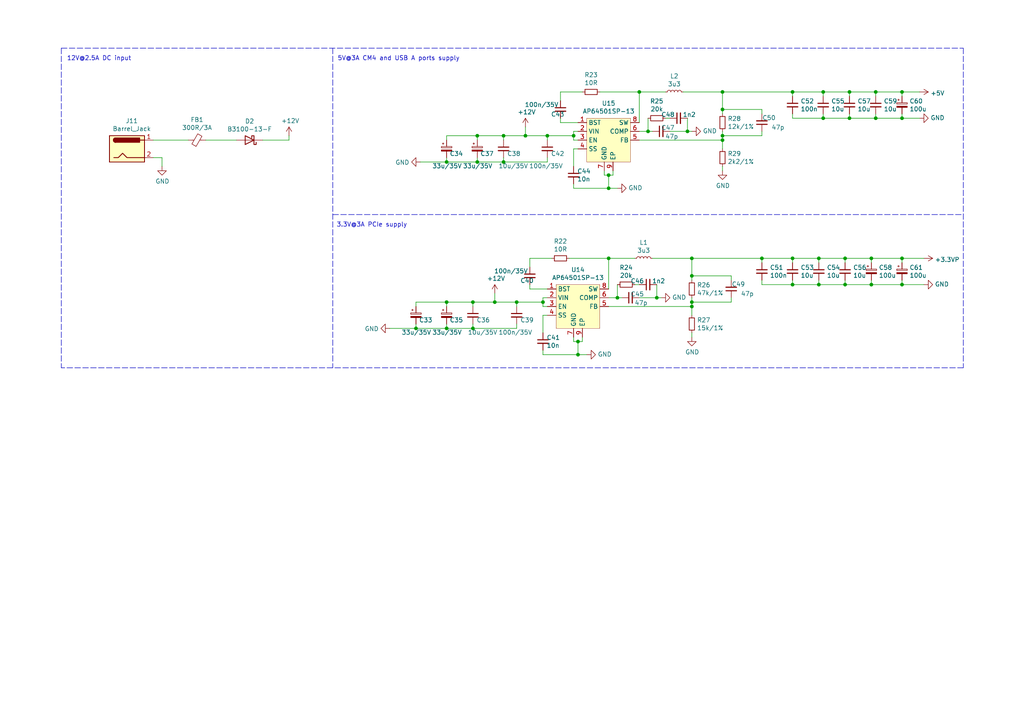
<source format=kicad_sch>
(kicad_sch (version 20201015) (generator eeschema)
  (paper "A4")
  (title_block (title "Power") (date "2021-01-12") (rev "0.1") (company "Nabu Casa") (comment 1 "www.nabucasa.com") (comment 2 "Light Blue"))
  (lib_symbols
    (symbol "Connector:Barrel_Jack" (pin_names (offset 1.016))
      (property "Reference" "J" (at 0 5.334 0))
      (property "Value" "Barrel_Jack" (at 0 -5.08 0))
      (symbol "Barrel_Jack_0_1"
        (arc (start -3.302 3.175) (end -3.302 1.905) (radius (at -3.302 2.54) (length 0.635) (angles 90.1 -90.1)) (stroke (width 0.254)) (fill (type outline)))
        (arc (start -3.302 3.175) (end -3.302 1.905) (radius (at -3.302 2.54) (length 0.635) (angles 90.1 -90.1)) (stroke (width 0.254)))
        (rectangle (start -5.08 3.81) (end 5.08 -3.81) (stroke (width 0.254)) (fill (type background)))
        (rectangle (start 3.683 3.175) (end -3.302 1.905) (stroke (width 0.254)) (fill (type outline)))
        (polyline (pts (xy 5.08 2.54) (xy 3.81 2.54)) (stroke (width 0.254)))
        (polyline (pts (xy -3.81 -2.54) (xy -2.54 -2.54) (xy -1.27 -1.27) (xy 0 -2.54) (xy 2.54 -2.54) (xy 5.08 -2.54)) (stroke (width 0.254)))
      )
      (symbol "Barrel_Jack_1_1"
        (pin passive line (at 7.62 2.54 180) (length 2.54) (name "~") (number "1"))
        (pin passive line (at 7.62 -2.54 180) (length 2.54) (name "~") (number "2"))
      )
    )
    (symbol "Device:CP_Small" (pin_numbers hide) (pin_names (offset 0.254) hide)
      (property "Reference" "C" (at 0.254 1.778 0))
      (property "Value" "CP_Small" (at 0.254 -2.032 0))
      (symbol "CP_Small_0_1"
        (rectangle (start -1.524 -0.3048) (end 1.524 -0.6858) (fill (type outline)))
        (rectangle (start -1.524 0.6858) (end 1.524 0.3048))
        (polyline (pts (xy -1.27 1.524) (xy -0.762 1.524)))
        (polyline (pts (xy -1.016 1.27) (xy -1.016 1.778)))
      )
      (symbol "CP_Small_1_1"
        (pin passive line (at 0 2.54 270) (length 1.8542) (name "~") (number "1"))
        (pin passive line (at 0 -2.54 90) (length 1.8542) (name "~") (number "2"))
      )
    )
    (symbol "Device:C_Small" (pin_numbers hide) (pin_names (offset 0.254) hide)
      (property "Reference" "C" (at 0.254 1.778 0))
      (property "Value" "C_Small" (at 0.254 -2.032 0))
      (symbol "C_Small_0_1"
        (polyline (pts (xy -1.524 -0.508) (xy 1.524 -0.508)) (stroke (width 0.3302)))
        (polyline (pts (xy -1.524 0.508) (xy 1.524 0.508)) (stroke (width 0.3048)))
      )
      (symbol "C_Small_1_1"
        (pin passive line (at 0 2.54 270) (length 2.032) (name "~") (number "1"))
        (pin passive line (at 0 -2.54 90) (length 2.032) (name "~") (number "2"))
      )
    )
    (symbol "Device:D_Schottky" (pin_numbers hide) (pin_names (offset 1.016) hide)
      (property "Reference" "D" (at 0 2.54 0))
      (property "Value" "D_Schottky" (at 0 -2.54 0))
      (symbol "D_Schottky_0_1"
        (polyline (pts (xy 1.27 0) (xy -1.27 0)))
        (polyline (pts (xy 1.27 1.27) (xy 1.27 -1.27) (xy -1.27 0) (xy 1.27 1.27)) (stroke (width 0.254)))
        (polyline (pts (xy -1.905 0.635) (xy -1.905 1.27) (xy -1.27 1.27) (xy -1.27 -1.27) (xy -0.635 -1.27) (xy -0.635 -0.635)) (stroke (width 0.254)))
      )
      (symbol "D_Schottky_1_1"
        (pin passive line (at -3.81 0 0) (length 2.54) (name "K") (number "1"))
        (pin passive line (at 3.81 0 180) (length 2.54) (name "A") (number "2"))
      )
    )
    (symbol "Device:Ferrite_Bead_Small" (pin_numbers hide) (pin_names (offset 0))
      (property "Reference" "FB" (at 1.905 1.27 0))
      (property "Value" "Ferrite_Bead_Small" (at 1.905 -1.27 0))
      (symbol "Ferrite_Bead_Small_0_1"
        (polyline (pts (xy 0 -1.27) (xy 0 -0.7874)))
        (polyline (pts (xy 0 0.889) (xy 0 1.2954)))
        (polyline (pts (xy -1.8288 0.2794) (xy -1.1176 1.4986) (xy 1.8288 -0.2032) (xy 1.1176 -1.4224) (xy -1.8288 0.2794)))
      )
      (symbol "Ferrite_Bead_Small_1_1"
        (pin passive line (at 0 2.54 270) (length 1.27) (name "~") (number "1"))
        (pin passive line (at 0 -2.54 90) (length 1.27) (name "~") (number "2"))
      )
    )
    (symbol "Device:L_Small" (pin_numbers hide) (pin_names (offset 0.254) hide)
      (property "Reference" "L" (at 0.762 1.016 0))
      (property "Value" "L_Small" (at 0.762 -1.016 0))
      (symbol "L_Small_0_1"
        (arc (start 0 -2.032) (end 0 -1.016) (radius (at 0 -1.524) (length 0.508) (angles -89.9 89.9)))
        (arc (start 0 -1.016) (end 0 0) (radius (at 0 -0.508) (length 0.508) (angles -89.9 89.9)))
        (arc (start 0 0) (end 0 1.016) (radius (at 0 0.508) (length 0.508) (angles -89.9 89.9)))
        (arc (start 0 1.016) (end 0 2.032) (radius (at 0 1.524) (length 0.508) (angles -89.9 89.9)))
      )
      (symbol "L_Small_1_1"
        (pin passive line (at 0 2.54 270) (length 0.508) (name "~") (number "1"))
        (pin passive line (at 0 -2.54 90) (length 0.508) (name "~") (number "2"))
      )
    )
    (symbol "Device:R_Small" (pin_numbers hide) (pin_names (offset 0.254) hide)
      (property "Reference" "R" (at 0.762 0.508 0))
      (property "Value" "R_Small" (at 0.762 -1.016 0))
      (symbol "R_Small_0_1"
        (rectangle (start -0.762 1.778) (end 0.762 -1.778) (stroke (width 0.2032)))
      )
      (symbol "R_Small_1_1"
        (pin passive line (at 0 2.54 270) (length 0.762) (name "~") (number "1"))
        (pin passive line (at 0 -2.54 90) (length 0.762) (name "~") (number "2"))
      )
    )
    (symbol "LightBlue:AP64501SP-13"
      (property "Reference" "U" (at 0 10.16 0))
      (property "Value" "AP64501SP-13" (at 0 7.62 0))
      (symbol "AP64501SP-13_0_1"
        (rectangle (start -6.35 6.35) (end 6.35 -6.35) (stroke (width 0.001)) (fill (type background)))
      )
      (symbol "AP64501SP-13_1_1"
        (pin passive line (at -8.89 5.08 0) (length 2.54) (name "BST") (number "1"))
        (pin power_in line (at -8.89 2.54 0) (length 2.54) (name "VIN") (number "2"))
        (pin input line (at -8.89 0 0) (length 2.54) (name "EN") (number "3"))
        (pin input line (at -8.89 -2.54 0) (length 2.54) (name "SS") (number "4"))
        (pin input line (at 8.89 0 180) (length 2.54) (name "FB") (number "5"))
        (pin input line (at 8.89 2.54 180) (length 2.54) (name "COMP") (number "6"))
        (pin input line (at -1.27 -8.89 90) (length 2.54) (name "GND") (number "7"))
        (pin input line (at 8.89 5.08 180) (length 2.54) (name "SW") (number "8"))
        (pin input line (at 1.27 -8.89 90) (length 2.54) (name "EP") (number "9"))
      )
    )
    (symbol "power:+12V" (power) (pin_names (offset 0))
      (property "Value" "+12V" (at 0 3.556 0))
      (symbol "+12V_0_1"
        (polyline (pts (xy -0.762 1.27) (xy 0 2.54)))
        (polyline (pts (xy 0 0) (xy 0 2.54)))
        (polyline (pts (xy 0 2.54) (xy 0.762 1.27)))
      )
      (symbol "+12V_1_1"
        (pin power_in line (at 0 0 90) (length 0) hide (name "+12V") (number "1"))
      )
    )
    (symbol "power:+3.3VP" (power) (pin_names (offset 0))
      (property "Value" "+3.3VP" (at 0 2.54 0))
      (symbol "+3.3VP_0_0"
        (pin power_in line (at 0 0 90) (length 0) hide (name "+3.3VP") (number "1"))
      )
      (symbol "+3.3VP_0_1"
        (polyline (pts (xy -0.762 1.27) (xy 0 2.54)))
        (polyline (pts (xy 0 0) (xy 0 2.54)))
        (polyline (pts (xy 0 2.54) (xy 0.762 1.27)))
      )
    )
    (symbol "power:+5V" (power) (pin_names (offset 0))
      (property "Value" "+5V" (at 0 3.556 0))
      (symbol "+5V_0_1"
        (polyline (pts (xy -0.762 1.27) (xy 0 2.54)))
        (polyline (pts (xy 0 0) (xy 0 2.54)))
        (polyline (pts (xy 0 2.54) (xy 0.762 1.27)))
      )
      (symbol "+5V_1_1"
        (pin power_in line (at 0 0 90) (length 0) hide (name "+5V") (number "1"))
      )
    )
    (symbol "power:GND" (power) (pin_names (offset 0))
      (property "Value" "GND" (at 0 -3.81 0))
      (symbol "GND_0_1"
        (polyline (pts (xy 0 0) (xy 0 -1.27) (xy 1.27 -1.27) (xy 0 -2.54) (xy -1.27 -1.27) (xy 0 -1.27)))
      )
      (symbol "GND_1_1"
        (pin power_in line (at 0 0 270) (length 0) hide (name "GND") (number "1"))
      )
    )
  )
  (junction (at 120.65 95.25) (diameter 0.9144))
  (junction (at 129.54 46.99) (diameter 0.9144))
  (junction (at 129.54 87.63) (diameter 0.9144))
  (junction (at 129.54 95.25) (diameter 0.9144))
  (junction (at 137.16 87.63) (diameter 0.9144))
  (junction (at 137.16 95.25) (diameter 0.9144))
  (junction (at 138.43 39.37) (diameter 0.9144))
  (junction (at 138.43 46.99) (diameter 0.9144))
  (junction (at 143.51 87.63) (diameter 0.9144))
  (junction (at 146.05 39.37) (diameter 0.9144))
  (junction (at 146.05 46.99) (diameter 0.9144))
  (junction (at 149.86 87.63) (diameter 0.9144))
  (junction (at 152.4 39.37) (diameter 0.9144))
  (junction (at 157.48 87.63) (diameter 0.9144))
  (junction (at 158.75 39.37) (diameter 0.9144))
  (junction (at 166.37 39.37) (diameter 0.9144))
  (junction (at 167.64 99.06) (diameter 0.9144))
  (junction (at 167.64 102.87) (diameter 0.9144))
  (junction (at 176.53 50.8) (diameter 0.9144))
  (junction (at 176.53 54.61) (diameter 0.9144))
  (junction (at 176.53 74.93) (diameter 0.9144))
  (junction (at 179.07 86.36) (diameter 0.9144))
  (junction (at 185.42 26.67) (diameter 0.9144))
  (junction (at 187.96 38.1) (diameter 0.9144))
  (junction (at 190.5 86.36) (diameter 0.9144))
  (junction (at 199.39 38.1) (diameter 0.9144))
  (junction (at 200.66 74.93) (diameter 0.9144))
  (junction (at 200.66 80.01) (diameter 0.9144))
  (junction (at 200.66 87.63) (diameter 0.9144))
  (junction (at 200.66 88.9) (diameter 0.9144))
  (junction (at 209.55 26.67) (diameter 0.9144))
  (junction (at 209.55 31.75) (diameter 0.9144))
  (junction (at 209.55 39.37) (diameter 0.9144))
  (junction (at 209.55 40.64) (diameter 0.9144))
  (junction (at 220.98 74.93) (diameter 0.9144))
  (junction (at 229.87 26.67) (diameter 0.9144))
  (junction (at 229.87 74.93) (diameter 0.9144))
  (junction (at 229.87 82.55) (diameter 0.9144))
  (junction (at 237.49 74.93) (diameter 0.9144))
  (junction (at 237.49 82.55) (diameter 0.9144))
  (junction (at 238.76 26.67) (diameter 0.9144))
  (junction (at 238.76 34.29) (diameter 0.9144))
  (junction (at 245.11 74.93) (diameter 0.9144))
  (junction (at 245.11 82.55) (diameter 0.9144))
  (junction (at 246.38 26.67) (diameter 0.9144))
  (junction (at 246.38 34.29) (diameter 0.9144))
  (junction (at 252.73 74.93) (diameter 0.9144))
  (junction (at 252.73 82.55) (diameter 0.9144))
  (junction (at 254 26.67) (diameter 0.9144))
  (junction (at 254 34.29) (diameter 0.9144))
  (junction (at 261.62 26.67) (diameter 0.9144))
  (junction (at 261.62 34.29) (diameter 0.9144))
  (junction (at 261.62 74.93) (diameter 0.9144))
  (junction (at 261.62 82.55) (diameter 0.9144))
  (wire (pts (xy 44.45 40.64) (xy 54.61 40.64)))
  (wire (pts (xy 44.45 45.72) (xy 46.99 45.72)))
  (wire (pts (xy 46.99 45.72) (xy 46.99 48.26)))
  (wire (pts (xy 59.69 40.64) (xy 68.58 40.64)))
  (wire (pts (xy 76.2 40.64) (xy 83.82 40.64)))
  (wire (pts (xy 83.82 39.37) (xy 83.82 40.64)))
  (wire (pts (xy 113.03 95.25) (xy 120.65 95.25)))
  (wire (pts (xy 120.65 87.63) (xy 120.65 88.9)))
  (wire (pts (xy 120.65 93.98) (xy 120.65 95.25)))
  (wire (pts (xy 120.65 95.25) (xy 129.54 95.25)))
  (wire (pts (xy 121.92 46.99) (xy 129.54 46.99)))
  (wire (pts (xy 129.54 39.37) (xy 129.54 40.64)))
  (wire (pts (xy 129.54 45.72) (xy 129.54 46.99)))
  (wire (pts (xy 129.54 46.99) (xy 138.43 46.99)))
  (wire (pts (xy 129.54 87.63) (xy 120.65 87.63)))
  (wire (pts (xy 129.54 87.63) (xy 129.54 88.9)))
  (wire (pts (xy 129.54 93.98) (xy 129.54 95.25)))
  (wire (pts (xy 129.54 95.25) (xy 137.16 95.25)))
  (wire (pts (xy 137.16 87.63) (xy 129.54 87.63)))
  (wire (pts (xy 137.16 87.63) (xy 137.16 88.9)))
  (wire (pts (xy 137.16 93.98) (xy 137.16 95.25)))
  (wire (pts (xy 137.16 95.25) (xy 149.86 95.25)))
  (wire (pts (xy 138.43 39.37) (xy 129.54 39.37)))
  (wire (pts (xy 138.43 39.37) (xy 138.43 40.64)))
  (wire (pts (xy 138.43 45.72) (xy 138.43 46.99)))
  (wire (pts (xy 138.43 46.99) (xy 146.05 46.99)))
  (wire (pts (xy 143.51 85.09) (xy 143.51 87.63)))
  (wire (pts (xy 143.51 87.63) (xy 137.16 87.63)))
  (wire (pts (xy 146.05 39.37) (xy 138.43 39.37)))
  (wire (pts (xy 146.05 39.37) (xy 146.05 40.64)))
  (wire (pts (xy 146.05 45.72) (xy 146.05 46.99)))
  (wire (pts (xy 146.05 46.99) (xy 158.75 46.99)))
  (wire (pts (xy 149.86 87.63) (xy 143.51 87.63)))
  (wire (pts (xy 149.86 87.63) (xy 149.86 88.9)))
  (wire (pts (xy 149.86 93.98) (xy 149.86 95.25)))
  (wire (pts (xy 152.4 36.83) (xy 152.4 39.37)))
  (wire (pts (xy 152.4 39.37) (xy 146.05 39.37)))
  (wire (pts (xy 153.67 74.93) (xy 160.02 74.93)))
  (wire (pts (xy 153.67 77.47) (xy 153.67 74.93)))
  (wire (pts (xy 153.67 83.82) (xy 153.67 82.55)))
  (wire (pts (xy 157.48 86.36) (xy 158.75 86.36)))
  (wire (pts (xy 157.48 87.63) (xy 149.86 87.63)))
  (wire (pts (xy 157.48 87.63) (xy 157.48 86.36)))
  (wire (pts (xy 157.48 88.9) (xy 157.48 87.63)))
  (wire (pts (xy 157.48 91.44) (xy 157.48 96.52)))
  (wire (pts (xy 157.48 101.6) (xy 157.48 102.87)))
  (wire (pts (xy 157.48 102.87) (xy 167.64 102.87)))
  (wire (pts (xy 158.75 39.37) (xy 152.4 39.37)))
  (wire (pts (xy 158.75 39.37) (xy 158.75 40.64)))
  (wire (pts (xy 158.75 45.72) (xy 158.75 46.99)))
  (wire (pts (xy 158.75 83.82) (xy 153.67 83.82)))
  (wire (pts (xy 158.75 88.9) (xy 157.48 88.9)))
  (wire (pts (xy 158.75 91.44) (xy 157.48 91.44)))
  (wire (pts (xy 162.56 26.67) (xy 168.91 26.67)))
  (wire (pts (xy 162.56 29.21) (xy 162.56 26.67)))
  (wire (pts (xy 162.56 35.56) (xy 162.56 34.29)))
  (wire (pts (xy 165.1 74.93) (xy 176.53 74.93)))
  (wire (pts (xy 166.37 38.1) (xy 167.64 38.1)))
  (wire (pts (xy 166.37 39.37) (xy 158.75 39.37)))
  (wire (pts (xy 166.37 39.37) (xy 166.37 38.1)))
  (wire (pts (xy 166.37 40.64) (xy 166.37 39.37)))
  (wire (pts (xy 166.37 43.18) (xy 166.37 48.26)))
  (wire (pts (xy 166.37 53.34) (xy 166.37 54.61)))
  (wire (pts (xy 166.37 54.61) (xy 176.53 54.61)))
  (wire (pts (xy 166.37 97.79) (xy 166.37 99.06)))
  (wire (pts (xy 166.37 99.06) (xy 167.64 99.06)))
  (wire (pts (xy 167.64 35.56) (xy 162.56 35.56)))
  (wire (pts (xy 167.64 40.64) (xy 166.37 40.64)))
  (wire (pts (xy 167.64 43.18) (xy 166.37 43.18)))
  (wire (pts (xy 167.64 99.06) (xy 168.91 99.06)))
  (wire (pts (xy 167.64 102.87) (xy 167.64 99.06)))
  (wire (pts (xy 167.64 102.87) (xy 170.18 102.87)))
  (wire (pts (xy 168.91 99.06) (xy 168.91 97.79)))
  (wire (pts (xy 173.99 26.67) (xy 185.42 26.67)))
  (wire (pts (xy 175.26 49.53) (xy 175.26 50.8)))
  (wire (pts (xy 175.26 50.8) (xy 176.53 50.8)))
  (wire (pts (xy 176.53 50.8) (xy 177.8 50.8)))
  (wire (pts (xy 176.53 54.61) (xy 176.53 50.8)))
  (wire (pts (xy 176.53 54.61) (xy 179.07 54.61)))
  (wire (pts (xy 176.53 74.93) (xy 184.15 74.93)))
  (wire (pts (xy 176.53 83.82) (xy 176.53 74.93)))
  (wire (pts (xy 176.53 86.36) (xy 179.07 86.36)))
  (wire (pts (xy 176.53 88.9) (xy 200.66 88.9)))
  (wire (pts (xy 177.8 50.8) (xy 177.8 49.53)))
  (wire (pts (xy 179.07 82.55) (xy 179.07 86.36)))
  (wire (pts (xy 179.07 86.36) (xy 180.34 86.36)))
  (wire (pts (xy 184.15 82.55) (xy 185.42 82.55)))
  (wire (pts (xy 185.42 26.67) (xy 193.04 26.67)))
  (wire (pts (xy 185.42 35.56) (xy 185.42 26.67)))
  (wire (pts (xy 185.42 38.1) (xy 187.96 38.1)))
  (wire (pts (xy 185.42 40.64) (xy 209.55 40.64)))
  (wire (pts (xy 187.96 34.29) (xy 187.96 38.1)))
  (wire (pts (xy 187.96 38.1) (xy 189.23 38.1)))
  (wire (pts (xy 189.23 74.93) (xy 200.66 74.93)))
  (wire (pts (xy 190.5 82.55) (xy 190.5 86.36)))
  (wire (pts (xy 190.5 86.36) (xy 185.42 86.36)))
  (wire (pts (xy 190.5 86.36) (xy 191.77 86.36)))
  (wire (pts (xy 193.04 34.29) (xy 194.31 34.29)))
  (wire (pts (xy 198.12 26.67) (xy 209.55 26.67)))
  (wire (pts (xy 199.39 34.29) (xy 199.39 38.1)))
  (wire (pts (xy 199.39 38.1) (xy 194.31 38.1)))
  (wire (pts (xy 199.39 38.1) (xy 200.66 38.1)))
  (wire (pts (xy 200.66 74.93) (xy 200.66 80.01)))
  (wire (pts (xy 200.66 74.93) (xy 220.98 74.93)))
  (wire (pts (xy 200.66 80.01) (xy 200.66 81.28)))
  (wire (pts (xy 200.66 80.01) (xy 212.09 80.01)))
  (wire (pts (xy 200.66 87.63) (xy 200.66 86.36)))
  (wire (pts (xy 200.66 87.63) (xy 212.09 87.63)))
  (wire (pts (xy 200.66 88.9) (xy 200.66 87.63)))
  (wire (pts (xy 200.66 88.9) (xy 200.66 91.44)))
  (wire (pts (xy 200.66 96.52) (xy 200.66 97.79)))
  (wire (pts (xy 209.55 26.67) (xy 209.55 31.75)))
  (wire (pts (xy 209.55 26.67) (xy 229.87 26.67)))
  (wire (pts (xy 209.55 31.75) (xy 209.55 33.02)))
  (wire (pts (xy 209.55 31.75) (xy 220.98 31.75)))
  (wire (pts (xy 209.55 39.37) (xy 209.55 38.1)))
  (wire (pts (xy 209.55 39.37) (xy 220.98 39.37)))
  (wire (pts (xy 209.55 40.64) (xy 209.55 39.37)))
  (wire (pts (xy 209.55 40.64) (xy 209.55 43.18)))
  (wire (pts (xy 209.55 48.26) (xy 209.55 49.53)))
  (wire (pts (xy 212.09 81.28) (xy 212.09 80.01)))
  (wire (pts (xy 212.09 86.36) (xy 212.09 87.63)))
  (wire (pts (xy 220.98 33.02) (xy 220.98 31.75)))
  (wire (pts (xy 220.98 38.1) (xy 220.98 39.37)))
  (wire (pts (xy 220.98 74.93) (xy 220.98 76.2)))
  (wire (pts (xy 220.98 74.93) (xy 229.87 74.93)))
  (wire (pts (xy 220.98 81.28) (xy 220.98 82.55)))
  (wire (pts (xy 220.98 82.55) (xy 229.87 82.55)))
  (wire (pts (xy 229.87 26.67) (xy 229.87 27.94)))
  (wire (pts (xy 229.87 26.67) (xy 238.76 26.67)))
  (wire (pts (xy 229.87 33.02) (xy 229.87 34.29)))
  (wire (pts (xy 229.87 34.29) (xy 238.76 34.29)))
  (wire (pts (xy 229.87 74.93) (xy 229.87 76.2)))
  (wire (pts (xy 229.87 74.93) (xy 237.49 74.93)))
  (wire (pts (xy 229.87 81.28) (xy 229.87 82.55)))
  (wire (pts (xy 229.87 82.55) (xy 237.49 82.55)))
  (wire (pts (xy 237.49 74.93) (xy 237.49 76.2)))
  (wire (pts (xy 237.49 74.93) (xy 245.11 74.93)))
  (wire (pts (xy 237.49 81.28) (xy 237.49 82.55)))
  (wire (pts (xy 237.49 82.55) (xy 245.11 82.55)))
  (wire (pts (xy 238.76 26.67) (xy 238.76 27.94)))
  (wire (pts (xy 238.76 26.67) (xy 246.38 26.67)))
  (wire (pts (xy 238.76 33.02) (xy 238.76 34.29)))
  (wire (pts (xy 238.76 34.29) (xy 246.38 34.29)))
  (wire (pts (xy 245.11 74.93) (xy 245.11 76.2)))
  (wire (pts (xy 245.11 74.93) (xy 252.73 74.93)))
  (wire (pts (xy 245.11 81.28) (xy 245.11 82.55)))
  (wire (pts (xy 245.11 82.55) (xy 252.73 82.55)))
  (wire (pts (xy 246.38 26.67) (xy 246.38 27.94)))
  (wire (pts (xy 246.38 26.67) (xy 254 26.67)))
  (wire (pts (xy 246.38 33.02) (xy 246.38 34.29)))
  (wire (pts (xy 246.38 34.29) (xy 254 34.29)))
  (wire (pts (xy 252.73 74.93) (xy 261.62 74.93)))
  (wire (pts (xy 252.73 76.2) (xy 252.73 74.93)))
  (wire (pts (xy 252.73 81.28) (xy 252.73 82.55)))
  (wire (pts (xy 252.73 82.55) (xy 261.62 82.55)))
  (wire (pts (xy 254 26.67) (xy 254 27.94)))
  (wire (pts (xy 254 26.67) (xy 261.62 26.67)))
  (wire (pts (xy 254 33.02) (xy 254 34.29)))
  (wire (pts (xy 254 34.29) (xy 261.62 34.29)))
  (wire (pts (xy 261.62 26.67) (xy 266.7 26.67)))
  (wire (pts (xy 261.62 27.94) (xy 261.62 26.67)))
  (wire (pts (xy 261.62 33.02) (xy 261.62 34.29)))
  (wire (pts (xy 261.62 34.29) (xy 266.7 34.29)))
  (wire (pts (xy 261.62 74.93) (xy 267.97 74.93)))
  (wire (pts (xy 261.62 76.2) (xy 261.62 74.93)))
  (wire (pts (xy 261.62 81.28) (xy 261.62 82.55)))
  (wire (pts (xy 261.62 82.55) (xy 267.97 82.55)))
  (polyline (pts (xy 17.78 13.97) (xy 17.78 106.68)) (stroke (width 0) (type dash)))
  (polyline (pts (xy 17.78 13.97) (xy 279.4 13.97)) (stroke (width 0) (type dash)))
  (polyline (pts (xy 96.52 13.97) (xy 96.52 106.68)) (stroke (width 0) (type dash)))
  (polyline (pts (xy 96.52 62.23) (xy 279.4 62.23)) (stroke (width 0) (type dash)))
  (polyline (pts (xy 279.4 13.97) (xy 279.4 106.68)) (stroke (width 0) (type dash)))
  (polyline (pts (xy 279.4 106.68) (xy 17.78 106.68)) (stroke (width 0) (type dash)))
  (text "12V@2.5A DC input" (at 38.1 17.78 180) (effects (font (size 1.27 1.27)) (justify right bottom)))
  (text "3.3V@3A PCIe supply" (at 118.11 66.04 180) (effects (font (size 1.27 1.27)) (justify right bottom)))
  (text "5V@3A CM4 and USB A ports supply" (at 133.35 17.78 180) (effects (font (size 1.27 1.27)) (justify right bottom)))
  (symbol (lib_id "Device:L_Small") (at 186.69 74.93 90) (unit 1)
    (property "Reference" "L1" (at 186.69 70.3388 90))
    (property "Value" "3u3" (at 186.69 72.638 90))
  )
  (symbol (lib_id "Device:L_Small") (at 195.58 26.67 90) (unit 1)
    (property "Reference" "L2" (at 195.58 22.0788 90))
    (property "Value" "3u3" (at 195.58 24.378 90))
  )
  (symbol (lib_id "power:+12V") (at 83.82 39.37 0) (unit 1)
    (property "Reference" "#PWR0204" (effects hide))
    (property "Value" "+12V" (at 84.1883 35.0456 0))
  )
  (symbol (lib_id "power:+12V") (at 143.51 85.09 0) (unit 1)
    (property "Reference" "#PWR0202" (effects hide))
    (property "Value" "+12V" (at 143.8783 80.7656 0))
  )
  (symbol (lib_id "power:+12V") (at 152.4 36.83 0) (unit 1)
    (property "Reference" "#PWR0190" (effects hide))
    (property "Value" "+12V" (at 152.7683 32.5056 0))
  )
  (symbol (lib_id "power:+5V") (at 266.7 26.67 270) (unit 1)
    (property "Reference" "#PWR0196" (effects hide))
    (property "Value" "+5V" (at 269.8751 27.0383 90) (effects (justify left)))
  )
  (symbol (lib_id "power:+3.3VP") (at 267.97 74.93 270) (unit 1)
    (property "Reference" "#PWR0194" (effects hide))
    (property "Value" "+3.3VP" (at 271.1451 75.2983 90) (effects (justify left)))
  )
  (symbol (lib_id "power:GND") (at 46.99 48.26 0) (unit 1)
    (property "Reference" "#PWR0205" (effects hide))
    (property "Value" "GND" (at 47.1043 52.5844 0))
  )
  (symbol (lib_id "power:GND") (at 113.03 95.25 270) (unit 1)
    (property "Reference" "#PWR0203" (effects hide))
    (property "Value" "GND" (at 109.855 95.3643 90) (effects (justify right)))
  )
  (symbol (lib_id "power:GND") (at 121.92 46.99 270) (unit 1)
    (property "Reference" "#PWR0198" (effects hide))
    (property "Value" "GND" (at 118.745 47.1043 90) (effects (justify right)))
  )
  (symbol (lib_id "power:GND") (at 170.18 102.87 90) (unit 1)
    (property "Reference" "#PWR0200" (effects hide))
    (property "Value" "GND" (at 173.3551 102.7557 90) (effects (justify right)))
  )
  (symbol (lib_id "power:GND") (at 179.07 54.61 90) (unit 1)
    (property "Reference" "#PWR0193" (effects hide))
    (property "Value" "GND" (at 182.2451 54.4957 90) (effects (justify right)))
  )
  (symbol (lib_id "power:GND") (at 191.77 86.36 90) (unit 1)
    (property "Reference" "#PWR0192" (effects hide))
    (property "Value" "GND" (at 194.9451 86.2457 90) (effects (justify right)))
  )
  (symbol (lib_id "power:GND") (at 200.66 38.1 90) (unit 1)
    (property "Reference" "#PWR0191" (effects hide))
    (property "Value" "GND" (at 203.8351 37.9857 90) (effects (justify right)))
  )
  (symbol (lib_id "power:GND") (at 200.66 97.79 0) (unit 1)
    (property "Reference" "#PWR0199" (effects hide))
    (property "Value" "GND" (at 200.7743 102.1144 0))
  )
  (symbol (lib_id "power:GND") (at 209.55 49.53 0) (unit 1)
    (property "Reference" "#PWR0201" (effects hide))
    (property "Value" "GND" (at 209.6643 53.8544 0))
  )
  (symbol (lib_id "power:GND") (at 266.7 34.29 90) (unit 1)
    (property "Reference" "#PWR0197" (effects hide))
    (property "Value" "GND" (at 269.8751 34.1757 90) (effects (justify right)))
  )
  (symbol (lib_id "power:GND") (at 267.97 82.55 90) (unit 1)
    (property "Reference" "#PWR0195" (effects hide))
    (property "Value" "GND" (at 271.1451 82.4357 90) (effects (justify right)))
  )
  (symbol (lib_id "Device:R_Small") (at 162.56 74.93 90) (unit 1)
    (property "Reference" "R22" (at 162.56 69.9832 90))
    (property "Value" "10R" (at 162.56 72.282 90))
  )
  (symbol (lib_id "Device:R_Small") (at 171.45 26.67 90) (unit 1)
    (property "Reference" "R23" (at 171.45 21.7232 90))
    (property "Value" "10R" (at 171.45 24.022 90))
  )
  (symbol (lib_id "Device:R_Small") (at 181.61 82.55 90) (unit 1)
    (property "Reference" "R24" (at 181.61 77.6032 90))
    (property "Value" "20k" (at 181.61 79.902 90))
  )
  (symbol (lib_id "Device:R_Small") (at 190.5 34.29 90) (unit 1)
    (property "Reference" "R25" (at 190.5 29.3432 90))
    (property "Value" "20k" (at 190.5 31.642 90))
  )
  (symbol (lib_id "Device:R_Small") (at 200.66 83.82 180) (unit 1)
    (property "Reference" "R26" (at 202.1587 82.6706 0) (effects (justify right)))
    (property "Value" "47k/1%" (at 202.159 84.969 0) (effects (justify right)))
  )
  (symbol (lib_id "Device:R_Small") (at 200.66 93.98 180) (unit 1)
    (property "Reference" "R27" (at 202.1587 92.8306 0) (effects (justify right)))
    (property "Value" "15k/1%" (at 202.159 95.129 0) (effects (justify right)))
  )
  (symbol (lib_id "Device:R_Small") (at 209.55 35.56 180) (unit 1)
    (property "Reference" "R28" (at 211.0487 34.4106 0) (effects (justify right)))
    (property "Value" "12k/1%" (at 211.049 36.709 0) (effects (justify right)))
  )
  (symbol (lib_id "Device:R_Small") (at 209.55 45.72 180) (unit 1)
    (property "Reference" "R29" (at 211.0487 44.5706 0) (effects (justify right)))
    (property "Value" "2k2/1%" (at 211.049 46.869 0) (effects (justify right)))
  )
  (symbol (lib_id "Device:CP_Small") (at 120.65 91.44 0) (unit 1)
    (property "Reference" "C33" (at 121.5391 92.8306 0) (effects (justify left)))
    (property "Value" "33u/35V" (at 116.459 96.399 0) (effects (justify left)))
    (property "Footprint" "Capacitor_Tantalum_SMD:CP_EIA-7343-31_Kemet-D" (effects hide))
  )
  (symbol (lib_id "Device:CP_Small") (at 129.54 43.18 0) (unit 1)
    (property "Reference" "C34" (at 130.4291 44.5706 0) (effects (justify left)))
    (property "Value" "33u/35V" (at 125.349 48.139 0) (effects (justify left)))
    (property "Footprint" "Capacitor_Tantalum_SMD:CP_EIA-7343-31_Kemet-D" (effects hide))
  )
  (symbol (lib_id "Device:CP_Small") (at 129.54 91.44 0) (unit 1)
    (property "Reference" "C35" (at 130.4291 92.8306 0) (effects (justify left)))
    (property "Value" "33u/35V" (at 125.349 96.399 0) (effects (justify left)))
    (property "Footprint" "Capacitor_Tantalum_SMD:CP_EIA-7343-31_Kemet-D" (effects hide))
  )
  (symbol (lib_id "Device:CP_Small") (at 138.43 43.18 0) (unit 1)
    (property "Reference" "C37" (at 139.3191 44.5706 0) (effects (justify left)))
    (property "Value" "33u/35V" (at 134.239 48.139 0) (effects (justify left)))
    (property "Footprint" "Capacitor_Tantalum_SMD:CP_EIA-7343-31_Kemet-D" (effects hide))
  )
  (symbol (lib_id "Device:CP_Small") (at 252.73 78.74 0) (unit 1)
    (property "Reference" "C58" (at 254.8891 77.5906 0) (effects (justify left)))
    (property "Value" "100u" (at 254.889 79.889 0) (effects (justify left)))
    (property "Footprint" "Capacitor_Tantalum_SMD:CP_EIA-7343-31_Kemet-D" (effects hide))
  )
  (symbol (lib_id "Device:CP_Small") (at 261.62 30.48 0) (unit 1)
    (property "Reference" "C60" (at 263.7791 29.3306 0) (effects (justify left)))
    (property "Value" "100u" (at 263.779 31.629 0) (effects (justify left)))
    (property "Footprint" "Capacitor_Tantalum_SMD:CP_EIA-7343-31_Kemet-D" (effects hide))
  )
  (symbol (lib_id "Device:CP_Small") (at 261.62 78.74 0) (unit 1)
    (property "Reference" "C61" (at 263.7791 77.5906 0) (effects (justify left)))
    (property "Value" "100u" (at 263.779 79.889 0) (effects (justify left)))
    (property "Footprint" "Capacitor_Tantalum_SMD:CP_EIA-7343-31_Kemet-D" (effects hide))
  )
  (symbol (lib_id "Device:C_Small") (at 137.16 91.44 0) (unit 1)
    (property "Reference" "C36" (at 138.2142 92.8306 0) (effects (justify left)))
    (property "Value" "10u/35V" (at 135.674 96.399 0) (effects (justify left)))
    (property "Footprint" "Capacitor_SMD:C_0805_2012Metric" (effects hide))
  )
  (symbol (lib_id "Device:C_Small") (at 146.05 43.18 0) (unit 1)
    (property "Reference" "C38" (at 147.1042 44.5706 0) (effects (justify left)))
    (property "Value" "10u/35V" (at 144.564 48.139 0) (effects (justify left)))
    (property "Footprint" "Capacitor_SMD:C_0805_2012Metric" (effects hide))
  )
  (symbol (lib_id "Device:C_Small") (at 149.86 91.44 0) (unit 1)
    (property "Reference" "C39" (at 150.9142 92.8306 0) (effects (justify left)))
    (property "Value" "100n/35V" (at 144.564 96.399 0) (effects (justify left)))
    (property "Footprint" "Capacitor_SMD:C_0402_1005Metric" (effects hide))
  )
  (symbol (lib_id "Device:C_Small") (at 153.67 80.01 0) (unit 1)
    (property "Reference" "C40" (at 150.9142 81.4006 0) (effects (justify left)))
    (property "Value" "100n/35V" (at 143.294 78.619 0) (effects (justify left)))
    (property "Footprint" "Capacitor_SMD:C_0402_1005Metric" (effects hide))
  )
  (symbol (lib_id "Device:C_Small") (at 157.48 99.06 0) (unit 1)
    (property "Reference" "C41" (at 158.5342 97.9106 0) (effects (justify left)))
    (property "Value" "10n" (at 158.534 100.209 0) (effects (justify left)))
    (property "Footprint" "Capacitor_SMD:C_0402_1005Metric" (effects hide))
  )
  (symbol (lib_id "Device:C_Small") (at 158.75 43.18 0) (unit 1)
    (property "Reference" "C42" (at 159.8042 44.5706 0) (effects (justify left)))
    (property "Value" "100n/35V" (at 153.454 48.139 0) (effects (justify left)))
    (property "Footprint" "Capacitor_SMD:C_0402_1005Metric" (effects hide))
  )
  (symbol (lib_id "Device:C_Small") (at 162.56 31.75 0) (unit 1)
    (property "Reference" "C43" (at 159.8042 33.1406 0) (effects (justify left)))
    (property "Value" "100n/35V" (at 152.184 30.359 0) (effects (justify left)))
    (property "Footprint" "Capacitor_SMD:C_0402_1005Metric" (effects hide))
  )
  (symbol (lib_id "Device:C_Small") (at 166.37 50.8 0) (unit 1)
    (property "Reference" "C44" (at 167.4242 49.6506 0) (effects (justify left)))
    (property "Value" "10n" (at 167.424 51.949 0) (effects (justify left)))
    (property "Footprint" "Capacitor_SMD:C_0402_1005Metric" (effects hide))
  )
  (symbol (lib_id "Device:C_Small") (at 182.88 86.36 90) (unit 1)
    (property "Reference" "C45" (at 186.8106 85.3058 90) (effects (justify left)))
    (property "Value" "47p" (at 187.839 87.846 90) (effects (justify left)))
    (property "Footprint" "Capacitor_SMD:C_0402_1005Metric" (effects hide))
  )
  (symbol (lib_id "Device:C_Small") (at 187.96 82.55 90) (unit 1)
    (property "Reference" "C46" (at 186.8106 81.4958 90) (effects (justify left)))
    (property "Value" "1n2" (at 192.919 81.496 90) (effects (justify left)))
    (property "Footprint" "Capacitor_SMD:C_0402_1005Metric" (effects hide))
  )
  (symbol (lib_id "Device:C_Small") (at 191.77 38.1 90) (unit 1)
    (property "Reference" "C47" (at 195.7006 37.0458 90) (effects (justify left)))
    (property "Value" "47p" (at 196.729 39.586 90) (effects (justify left)))
    (property "Footprint" "Capacitor_SMD:C_0402_1005Metric" (effects hide))
  )
  (symbol (lib_id "Device:C_Small") (at 196.85 34.29 90) (unit 1)
    (property "Reference" "C48" (at 195.7006 33.2358 90) (effects (justify left)))
    (property "Value" "1n2" (at 201.809 33.236 90) (effects (justify left)))
    (property "Footprint" "Capacitor_SMD:C_0402_1005Metric" (effects hide))
  )
  (symbol (lib_id "Device:C_Small") (at 212.09 83.82 180) (unit 1)
    (property "Reference" "C49" (at 216.1158 82.4294 0) (effects (justify left)))
    (property "Value" "47p" (at 218.656 85.211 0) (effects (justify left)))
    (property "Footprint" "Capacitor_SMD:C_0402_1005Metric" (effects hide))
  )
  (symbol (lib_id "Device:C_Small") (at 220.98 35.56 180) (unit 1)
    (property "Reference" "C50" (at 225.0058 34.1694 0) (effects (justify left)))
    (property "Value" "47p" (at 227.546 36.951 0) (effects (justify left)))
    (property "Footprint" "Capacitor_SMD:C_0402_1005Metric" (effects hide))
  )
  (symbol (lib_id "Device:C_Small") (at 220.98 78.74 0) (unit 1)
    (property "Reference" "C51" (at 223.3042 77.5906 0) (effects (justify left)))
    (property "Value" "100n" (at 223.304 79.889 0) (effects (justify left)))
    (property "Footprint" "Capacitor_SMD:C_0402_1005Metric" (effects hide))
  )
  (symbol (lib_id "Device:C_Small") (at 229.87 30.48 0) (unit 1)
    (property "Reference" "C52" (at 232.1942 29.3306 0) (effects (justify left)))
    (property "Value" "100n" (at 232.194 31.629 0) (effects (justify left)))
    (property "Footprint" "Capacitor_SMD:C_0402_1005Metric" (effects hide))
  )
  (symbol (lib_id "Device:C_Small") (at 229.87 78.74 0) (unit 1)
    (property "Reference" "C53" (at 232.1942 77.5906 0) (effects (justify left)))
    (property "Value" "10u" (at 232.194 79.889 0) (effects (justify left)))
    (property "Footprint" "Capacitor_SMD:C_0805_2012Metric" (effects hide))
  )
  (symbol (lib_id "Device:C_Small") (at 237.49 78.74 0) (unit 1)
    (property "Reference" "C54" (at 239.8142 77.5906 0) (effects (justify left)))
    (property "Value" "10u" (at 239.814 79.889 0) (effects (justify left)))
    (property "Footprint" "Capacitor_SMD:C_0805_2012Metric" (effects hide))
  )
  (symbol (lib_id "Device:C_Small") (at 238.76 30.48 0) (unit 1)
    (property "Reference" "C55" (at 241.0842 29.3306 0) (effects (justify left)))
    (property "Value" "10u" (at 241.084 31.629 0) (effects (justify left)))
    (property "Footprint" "Capacitor_SMD:C_0805_2012Metric" (effects hide))
  )
  (symbol (lib_id "Device:C_Small") (at 245.11 78.74 0) (unit 1)
    (property "Reference" "C56" (at 247.4342 77.5906 0) (effects (justify left)))
    (property "Value" "10u" (at 247.434 79.889 0) (effects (justify left)))
    (property "Footprint" "Capacitor_SMD:C_0805_2012Metric" (effects hide))
  )
  (symbol (lib_id "Device:C_Small") (at 246.38 30.48 0) (unit 1)
    (property "Reference" "C57" (at 248.7042 29.3306 0) (effects (justify left)))
    (property "Value" "10u" (at 248.704 31.629 0) (effects (justify left)))
    (property "Footprint" "Capacitor_SMD:C_0805_2012Metric" (effects hide))
  )
  (symbol (lib_id "Device:C_Small") (at 254 30.48 0) (unit 1)
    (property "Reference" "C59" (at 256.3242 29.3306 0) (effects (justify left)))
    (property "Value" "10u" (at 256.324 31.629 0) (effects (justify left)))
    (property "Footprint" "Capacitor_SMD:C_0805_2012Metric" (effects hide))
  )
  (symbol (lib_id "Device:Ferrite_Bead_Small") (at 57.15 40.64 90) (unit 1)
    (property "Reference" "FB1" (at 57.15 34.728 90))
    (property "Value" "300R/3A" (at 57.15 37.0267 90))
  )
  (symbol (lib_id "Device:D_Schottky") (at 72.39 40.64 180) (unit 1)
    (property "Reference" "D2" (at 72.39 35.1598 0))
    (property "Value" "B3100-13-F" (at 72.39 37.4585 0))
  )
  (symbol (lib_id "Connector:Barrel_Jack") (at 36.83 43.18 0) (unit 1)
    (property "Reference" "J11" (at 38.227 35.0582 0))
    (property "Value" "Barrel_Jack" (at 38.227 37.3569 0))
  )
  (symbol (lib_id "LightBlue:AP64501SP-13") (at 167.64 88.9 0) (unit 1)
    (property "Reference" "U14" (at 167.64 78.2382 0))
    (property "Value" "AP64501SP-13" (at 167.64 80.5369 0))
    (property "Manufacturer" "Diodes" (effects hide))
    (property "PartNumber" "AP64501SP-13" (effects hide))
  )
  (symbol (lib_id "LightBlue:AP64501SP-13") (at 176.53 40.64 0) (unit 1)
    (property "Reference" "U15" (at 176.53 29.9782 0))
    (property "Value" "AP64501SP-13" (at 176.53 32.2769 0))
    (property "Manufacturer" "Diodes" (effects hide))
    (property "PartNumber" "AP64501SP-13" (effects hide))
  )
)
</source>
